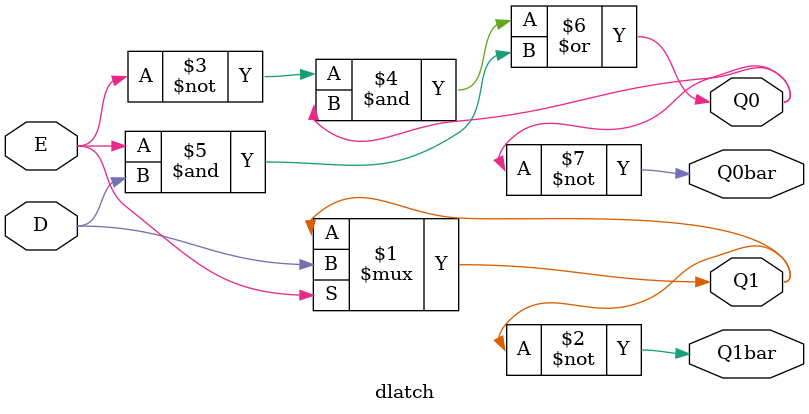
<source format=v>
module dlatch
(input D,E,
output Q1,Q1bar,Q0,Q0bar);

assign Q1 = (E) ? D : Q1,
	Q1bar = ~Q1;
assign Q0 = (~E&Q0)|(E&D),
	Q0bar = ~Q0;

endmodule 
</source>
